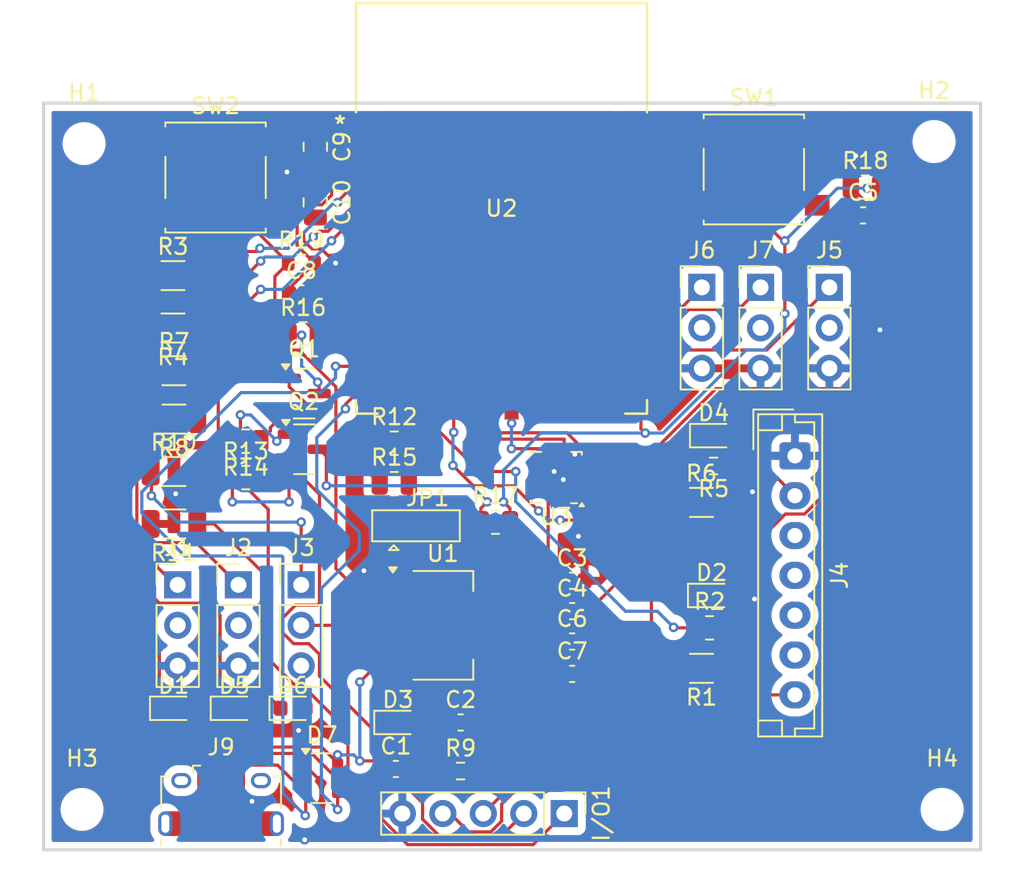
<source format=kicad_pcb>
(kicad_pcb (version 20240108) (generator "pcbnew") (generator_version "8.0")
  (layers (0 "F.Cu" signal) (31 "B.Cu" signal) (34 "B.Paste" user) (35 "F.Paste" user) (36 "B.SilkS" user "B.Silkscreen") (37 "F.SilkS" user "F.Silkscreen") (38 "B.Mask" user) (39 "F.Mask" user) (44 "Edge.Cuts" user))
  (net 0 "")
  (net 1 "GND")
  (net 2 "VCC")
  (net 3 "+3V3")
  (net 4 "/GPIO0_STRAPPING")
  (net 5 "/CHIP_PU")
  (net 6 "/SIGNAL_WEAPON_RECEIVER")
  (net 7 "/6S_ADC")
  (net 8 "Net-(D3-K)")
  (net 9 "/1S_ADC")
  (net 10 "/SIGNAL_LEFT_DRIVE_RECEIVER")
  (net 11 "/SIGNAL_RIGHT_DRIVE_RECEIVER")
  (net 12 "/D+")
  (net 13 "/D-")
  (net 14 "/TX")
  (net 15 "/RX")
  (net 16 "/RTS")
  (net 17 "/DTR")
  (net 18 "4.2V")
  (net 21 "25.2V")
  (net 24 "/SIGNAL_WEAPON_OUTPUT")
  (net 25 "/SIGNAL_LEFT_DRIVE_OUTPUT")
  (net 26 "/SIGNAL_RIGHT_DRIVE_OUTPUT")
  (net 27 "/GPIO14")
  (net 28 "/GPIO18")
  (net 29 "/GPIO17")
  (net 30 "/GPIO16")
  (net 31 "/GPIO15")
  (net 32 "/GPIO21")
  (net 33 "/GPIO47")
  (net 36 "Net-(JP1-C)")
  (net 37 "Net-(Q1-B)")
  (net 38 "Net-(Q1-C)")
  (net 39 "Net-(Q2-C)")
  (net 40 "Net-(Q2-B)")
  (net 41 "/WEAPON_SIGNAL_ORIGIN")
  (net 42 "/LEFT_DRIVE_SIGNAL_ORIGIN")
  (net 43 "/RIGHT_DRIVE_SIGNAL_ORIGIN")
  (net 44 "/GPIO46_STRAPPING")
  (net 45 "/GPIO3_STRAPPING")
  (net 47 "/SDA")
  (net 51 "/SA0")
  (net 53 "/SCL")
  (footprint "Diode_SMD:D_0603_1608Metric" (layer "F.Cu") (at 115.605 161.168471)
    (property "Reference" "D5")
    (property "Value" "D_Zener")
  )
  (footprint "Resistor_SMD:R_0805_2012Metric" (layer "F.Cu") (at 119.923 137.673471)
    (property "Reference" "R16")
    (property "Value" "10k")
  )
  (footprint "Capacitor_SMD:C_0805_2012Metric" (layer "F.Cu") (at 120.685 129.418471 -90)
    (property "Reference" "C10")
    (property "Value" "100n")
  )
  (footprint "Resistor_SMD:R_1206_3216Metric" (layer "F.Cu") (at 144.9185 148.247471)
    (property "Reference" "R6")
    (property "Value" "5M")
  )
  (footprint "LED_SMD:LED_0603_1608Metric" (layer "F.Cu") (at 125.867 162.057471)
    (property "Reference" "D3")
    (property "Value" "LED")
  )
  (footprint "Connector_PinHeader_2.54mm:PinHeader_1x03_P2.54mm_Vertical" (layer "F.Cu") (at 144.942 134.752471)
    (property "Reference" "J6")
    (property "Value" "LEFT_DRIVE_OUTPUT")
  )
  (footprint "Package_TO_SOT_SMD:SOT-23" (layer "F.Cu") (at 119.983 141.417471)
    (property "Reference" "Q1")
    (property "Value" "SS8050-G")
  )
  (footprint "Package_TO_SOT_SMD:SOT-223-3_TabPin2" (layer "F.Cu") (at 128.686 155.961471)
    (property "Reference" "U1")
    (property "Value" "AMS1117-3.3")
  )
  (footprint "Capacitor_SMD:C_0603_1608Metric" (layer "F.Cu") (at 136.801 155.072471)
    (property "Reference" "C4")
    (property "Value" "100n")
  )
  (footprint "Resistor_SMD:R_0805_2012Metric" (layer "F.Cu") (at 125.638 144.531471)
    (property "Reference" "R12")
    (property "Value" "10k")
  )
  (footprint "Capacitor_SMD:C_0603_1608Metric" (layer "F.Cu") (at 136.801 159.009471)
    (property "Reference" "C7")
    (property "Value" "100n")
  )
  (footprint "Resistor_SMD:R_1206_3216Metric" (layer "F.Cu") (at 144.9185 158.661471 180)
    (property "Reference" "R1")
    (property "Value" "5M")
  )
  (footprint "Package_TO_SOT_SMD:SOT-23" (layer "F.Cu") (at 120.0015 144.912471)
    (property "Reference" "Q2")
    (property "Value" "SS8050-G")
  )
  (footprint "Resistor_SMD:R_1206_3216Metric" (layer "F.Cu") (at 111.812 143.019471 180)
    (property "Reference" "R8")
    (property "Value" "10K")
  )
  (footprint "Button_Switch_SMD:SW_SPST_B3S-1000" (layer "F.Cu") (at 114.424 127.858471)
    (property "Reference" "SW2")
    (property "Value" "SW_Push")
  )
  (footprint "local_footprints:ESP32-S3-WROOM-1_EXP" (layer "F.Cu") (at 132.369 129.799471)
    (property "Reference" "U2")
    (property "Value" "ESP32-S3-WROOM-1-N16R2")
  )
  (footprint "Resistor_SMD:R_0603_1608Metric" (layer "F.Cu") (at 145.6805 145.961471 180)
    (property "Reference" "R5")
    (property "Value" "3M")
  )
  (footprint "Package_TO_SOT_SMD:SOT-143" (layer "F.Cu") (at 121.082 165.552471)
    (property "Reference" "D7")
    (property "Value" "SP0503BAHT")
  )
  (footprint "Resistor_SMD:R_0603_1608Metric" (layer "F.Cu") (at 119.8115 133.228471)
    (property "Reference" "R19")
    (property "Value" "100k")
  )
  (footprint "Resistor_SMD:R_0603_1608Metric" (layer "F.Cu") (at 129.804 165.105471)
    (property "Reference" "R9")
    (property "Value" "1k")
  )
  (footprint "Capacitor_SMD:C_0603_1608Metric" (layer "F.Cu") (at 136.801 153.167471)
    (property "Reference" "C3")
    (property "Value" "10u")
  )
  (footprint "Connector_PinHeader_2.54mm:PinHeader_1x03_P2.54mm_Vertical" (layer "F.Cu") (at 115.859 153.421471)
    (property "Reference" "J2")
    (property "Value" "LEFT_DRIVE_RECEIVER")
  )
  (footprint "Connector_PinHeader_2.54mm:PinHeader_1x03_P2.54mm_Vertical" (layer "F.Cu") (at 119.796 153.421471)
    (property "Reference" "J3")
    (property "Value" "RIGHT_DRIVE_RECEIVER")
  )
  (footprint "Resistor_SMD:R_1206_3216Metric" (layer "F.Cu") (at 111.7505 134.014471)
    (property "Reference" "R3")
    (property "Value" "10K")
  )
  (footprint "Resistor_SMD:R_0805_2012Metric" (layer "F.Cu") (at 125.638 147.071471)
    (property "Reference" "R15")
    (property "Value" "1k")
  )
  (footprint "Connector_JST:JST_EH_B7B-EH-A_1x07_P2.50mm_Vertical" (layer "F.Cu") (at 150.784 145.326471 -90)
    (property "Reference" "J4")
    (property "Value" "JST_07")
  )
  (footprint "Resistor_SMD:R_1206_3216Metric" (layer "F.Cu") (at 111.812 146.309471)
    (property "Reference" "R10")
    (property "Value" "10K")
  )
  (footprint "Connector_PinHeader_2.54mm:PinHeader_1x03_P2.54mm_Vertical" (layer "F.Cu") (at 148.625 134.752471)
    (property "Reference" "J7")
    (property "Value" "RIGHT_DRIVE_OUTPUT")
  )
  (footprint "Capacitor_SMD:C_0603_1608Metric" (layer "F.Cu") (at 155.0655 130.235471)
    (property "Reference" "C5")
    (property "Value" "1u")
  )
  (footprint "Diode_SMD:D_0603_1608Metric" (layer "F.Cu") (at 145.5535 154.089471)
    (property "Reference" "D2")
    (property "Value" "D_Zener")
  )
  (footprint "Diode_SMD:D_0603_1608Metric" (layer "F.Cu") (at 111.795 161.168471)
    (property "Reference" "D1")
    (property "Value" "D_Zener")
  )
  (footprint "Connector_USB:USB_Micro-B_Amphenol_10118194_Horizontal" (layer "F.Cu") (at 114.772 167.107471)
    (property "Reference" "J9")
    (property "Value" "USB_B_Micro")
  )
  (footprint "Button_Switch_SMD:SW_SPST_B3S-1000" (layer "F.Cu") (at 148.206 127.350471)
    (property "Reference" "SW1")
    (property "Value" "SW_Push")
  )
  (footprint "Capacitor_SMD:C_0603_1608Metric" (layer "F.Cu") (at 129.804 162.057471)
    (property "Reference" "C2")
    (property "Value" "22u")
  )
  (footprint "Diode_SMD:D_0603_1608Metric" (layer "F.Cu") (at 145.6805 144.056471)
    (property "Reference" "D4")
    (property "Value" "D_Zener")
  )
  (footprint "MountingHole:MountingHole_2.2mm_M2" (layer "F.Cu") (at 106.172 125.73)
    (property "Reference" "H1")
    (property "Value" "MountingHole")
  )
  (footprint "Resistor_SMD:R_0805_2012Metric" (layer "F.Cu") (at 116.3185 144.404471 180)
    (property "Reference" "R14")
    (property "Value" "10k")
  )
  (footprint "Diode_SMD:D_0603_1608Metric" (layer "F.Cu") (at 119.288 161.168471)
    (property "Reference" "D6")
    (property "Value" "D_Zener")
  )
  (footprint "MountingHole:MountingHole_2.2mm_M2" (layer "F.Cu") (at 106.045 167.513)
    (property "Reference" "H3")
    (property "Value" "MountingHole")
  )
  (footprint "Resistor_SMD:R_0805_2012Metric" (layer "F.Cu") (at 116.3185 146.690471)
    (property "Reference" "R13")
    (property "Value" "10k")
  )
  (footprint "Capacitor_SMD:C_0603_1608Metric" (layer "F.Cu") (at 136.801 156.977471)
    (property "Reference" "C6")
    (property "Value" "100n")
  )
  (footprint "MountingHole:MountingHole_2.2mm_M2" (layer "F.Cu") (at 160.02 167.513)
    (property "Reference" "H4")
    (property "Value" "MountingHole")
  )
  (footprint "Resistor_SMD:R_0805_2012Metric" (layer "F.Cu") (at 145.4265 156.121471)
    (property "Reference" "R2")
    (property "Value" "500k")
  )
  (footprint "Resistor_SMD:R_0805_2012Metric" (layer "F.Cu") (at 131.988 149.484471)
    (property "Reference" "R17")
    (property "Value" "10k")
  )
  (footprint "Connector_PinHeader_2.54mm:PinHeader_1x05_P2.54mm_Vertical" (layer "F.Cu") (at 136.306 167.772471 -90)
    (property "Reference" "I/O1")
    (property "Value" "Conn_01x05_Female")
  )
  (footprint "Capacitor_SMD:C_0805_2012Metric" (layer "F.Cu") (at 120.685 125.928471 -90)
    (property "Reference" "C9")
    (property "Value" "10u")
  )
  (footprint "Capacitor_SMD:C_0603_1608Metric" (layer "F.Cu") (at 125.74 164.978471)
    (property "Reference" "C1")
    (property "Value" "22u")
  )
  (footprint "Package_LGA:LGA-16_3x3mm_P0.5mm_LayoutBorder3x5y" (layer "F.Cu") (at 135.798 146.690471 180)
    (property "Reference" "U3")
    (property "Value" "LIS331HH")
  )
  (footprint "Jumper:SolderJumper-3_P2.0mm_Open_TrianglePad1.0x1.5mm" (layer "F.Cu") (at 127.003 149.738471)
    (property "Reference" "JP1")
    (property "Value" "SolderJumper_3_Open")
  )
  (footprint "Resistor_SMD:R_1206_3216Metric" (layer "F.Cu") (at 111.7505 137.304471 180)
    (property "Reference" "R4")
    (property "Value" "10K")
  )
  (footprint "Capacitor_SMD:C_0603_1608Metric" (layer "F.Cu") (at 119.8115 135.133471)
    (property "Reference" "C8")
    (property "Value" "1u")
  )
  (footprint "MountingHole:MountingHole_2.2mm_M2" (layer "F.Cu") (at 159.512 125.603)
    (property "Reference" "H2")
    (property "Value" "MountingHole")
  )
  (footprint "Resistor_SMD:R_1206_3216Metric" (layer "F.Cu") (at 111.812 149.599471 180)
    (property "Reference" "R11")
    (property "Value" "10K")
  )
  (footprint "Resistor_SMD:R_0805_2012Metric" (layer "F.Cu") (at 155.2055 128.457471)
    (property "Reference" "R18")
    (property "Value" "100k")
  )
  (footprint "Resistor_SMD:R_1206_3216Metric" (layer "F.Cu") (at 111.812 139.983471)
    (property "Reference" "R7")
    (property "Value" "10K")
  )
  (footprint "Connector_PinHeader_2.54mm:PinHeader_1x03_P2.54mm_Vertical" (layer "F.Cu") (at 152.943 134.752471)
    (property "Reference" "J5")
    (property "Value" "WEAPON_OUTPUT")
  )
  (footprint "Connector_PinHeader_2.54mm:PinHeader_1x03_P2.54mm_Vertical" (layer "F.Cu") (at 112.049 153.421471)
    (property "Reference" "J1")
    (property "Value" "WEAPON_RECEIVER")
  )
  (gr_rect (start 103.632 123.19) (end 162.433 170.053) (stroke (width 0.2)) (fill none) (layer "Edge.Cuts"))
  (segment (start 135.148 146.440039) (end 134.898432 146.190471) (width 0.2) (layer "F.Cu") (net 1))
  (segment (start 135.398432 146.690471) (end 136.298 147.590039) (width 0.2) (layer "F.Cu") (net 1))
  (segment (start 120.471471 132.339471) (end 121.066 132.339471) (width 0.2) (layer "F.Cu") (net 1))
  (segment (start 136.177626 146.816097) (end 135.671 146.309471) (width 0.2) (layer "F.Cu") (net 1))
  (segment (start 120.685 130.601942) (end 119.958 131.328942) (width 0.2) (layer "F.Cu") (net 1))
  (segment (start 119.958 131.826) (end 120.471471 132.339471) (width 0.2) (layer "F.Cu") (net 1))
  (segment (start 134.573 147.190471) (end 134.898432 147.190471) (width 0.2) (layer "F.Cu") (net 1))
  (segment (start 110.288 137.304471) (end 110.288 138.198471) (width 0.2) (layer "F.Cu") (net 1))
  (segment (start 134.898432 147.190471) (end 135.148 146.940903) (width 0.2) (layer "F.Cu") (net 1))
  (segment (start 120.082 164.802471) (end 120.893 165.613471) (width 0.2) (layer "F.Cu") (net 1))
  (segment (start 137.023 145.690471) (end 137.023 145.277313) (width 0.2) (layer "F.Cu") (net 1))
  (segment (start 135.148 146.690471) (end 135.398432 146.690471) (width 0.2) (layer "F.Cu") (net 1))
  (segment (start 135.148 146.690471) (end 135.148 146.440039) (width 0.2) (layer "F.Cu") (net 1))
  (segment (start 126.515 164.978471) (end 126.781 164.978471) (width 0.2) (layer "F.Cu") (net 1))
  (segment (start 126.515 164.978471) (end 126.654 164.978471) (width 0.2) (layer "F.Cu") (net 1))
  (segment (start 120.685 130.368471) (end 120.685 130.601942) (width 0.2) (layer "F.Cu") (net 1))
  (segment (start 116.072 166.745) (end 116.078 166.751) (width 0.2) (layer "F.Cu") (net 1))
  (segment (start 110.288 138.198471) (end 111.541 139.451471) (width 0.2) (layer "F.Cu") (net 1))
  (segment (start 126.654 164.978471) (end 127.67 165.994471) (width 0.2) (layer "F.Cu") (net 1))
  (segment (start 116.072 165.707471) (end 116.072 166.745) (width 0.2) (layer "F.Cu") (net 1))
  (segment (start 137.023 145.277313) (end 136.971061 145.225374) (width 0.2) (layer "F.Cu") (net 1))
  (segment (start 120.893 165.613471) (end 120.939 165.613471) (width 0.2) (layer "F.Cu") (net 1))
  (segment (start 136.248872 146.816097) (end 136.177626 146.816097) (width 0.2) (layer "F.Cu") (net 1))
  (segment (start 136.248872 146.816097) (end 136.298 146.865225) (width 0.2) (layer "F.Cu") (net 1))
  (segment (start 135.148 146.940903) (end 135.148 146.690471) (width 0.2) (layer "F.Cu") (net 1))
  (segment (start 136.298 147.590039) (end 136.298 147.915471) (width 0.2) (layer "F.Cu") (net 1))
  (segment (start 136.298 146.865225) (end 136.298 147.915471) (width 0.2) (layer "F.Cu") (net 1))
  (segment (start 119.958 131.328942) (end 119.958 131.826) (width 0.2) (layer "F.Cu") (net 1))
  (segment (start 134.898432 146.190471) (end 134.573 146.190471) (width 0.2) (layer "F.Cu") (net 1))
  (segment (start 121.066 132.339471) (end 121.955 133.228471) (width 0.2) (layer "F.Cu") (net 1))
  (segment (start 134.573 147.690471) (end 134.573 147.190471) (width 0.2) (layer "F.Cu") (net 1))
  (via (at 135.671 146.309471) (size 0.6) (drill 0.3) (layers "F.Cu" "B.Cu") (net 1))
  (via (at 136.248872 146.816097) (size 0.6) (drill 0.3) (layers "F.Cu" "B.Cu") (net 1))
  (via (at 121.955 133.228471) (size 0.6) (drill 0.3) (layers "F.Cu" "B.Cu") (net 1))
  (via (at 136.971061 145.225374) (size 0.6) (drill 0.3) (layers "F.Cu" "B.Cu") (net 1))
  (via (at 119.634 162.56) (size 0.6) (drill 0.3) (layers "F.Cu" "B.Cu") (net 1))
  (via (at 137.195 150.373471) (size 0.6) (drill 0.3) (layers "F.Cu" "B.Cu") (net 1))
  (via (at 120.015 169.418) (size 0.6) (drill 0.3) (layers "F.Cu" "B.Cu") (net 1))
  (via (at 111.922 147.706471) (size 0.6) (drill 0.3) (layers "F.Cu" "B.Cu") (net 1))
  (via (at 118.907 127.513471) (size 0.6) (drill 0.3) (layers "F.Cu" "B.Cu") (net 1))
  (via (at 156.118 137.419471) (size 0.6) (drill 0.3) (layers "F.Cu" "B.Cu") (net 1))
  (via (at 123.733 152.532471) (size 0.6) (drill 0.3) (layers "F.Cu" "B.Cu") (net 1))
  (via (at 154.594 126.497471) (size 0.6) (drill 0.3) (layers "F.Cu" "B.Cu") (net 1))
  (via (at 148.244 154.310471) (size 0.6) (drill 0.3) (layers "F.Cu" "B.Cu") (net 1))
  (via (at 116.713 167.005) (size 0.6) (drill 0.3) (layers "F.Cu" "B.Cu") (net 1))
  (via (at 148.117 147.579471) (size 0.6) (drill 0.3) (layers "F.Cu" "B.Cu") (net 1))
  (segment (start 136.971061 145.225374) (end 136.971061 146.093908) (width 0.2) (layer "B.Cu") (net 1))
  (segment (start 137.195 147.833471) (end 137.195 150.373471) (width 0.2) (layer "B.Cu") (net 1))
  (segment (start 135.671 146.309471) (end 137.195 147.833471) (width 0.2) (layer "B.Cu") (net 1))
  (segment (start 136.971061 146.093908) (end 136.248872 146.816097) (width 0.2) (layer "B.Cu") (net 1))
  (segment (start 123.479 164.470471) (end 124.457 164.470471) (width 0.2) (layer "F.Cu") (net 2))
  (segment (start 123.236 155.961471) (end 125.536 158.261471) (width 0.2) (layer "F.Cu") (net 2))
  (segment (start 119.796 155.961471) (end 123.236 155.961471) (width 0.2) (layer "F.Cu") (net 2))
  (segment (start 114.902001 163.602471) (end 113.472 165.032472) (width 0.2) (layer "F.Cu") (net 2))
  (segment (start 124.457 164.470471) (end 124.965 164.978471) (width 0.2) (layer "F.Cu") (net 2))
  (segment (start 113.472 165.032472) (end 113.472 165.707471) (width 0.2) (layer "F.Cu") (net 2))
  (segment (start 121.082 163.602471) (end 114.902001 163.602471) (width 0.2) (layer "F.Cu") (net 2))
  (segment (start 124.735 158.261471) (end 123.479 159.517471) (width 0.2) (layer "F.Cu") (net 2))
  (segment (start 122.082 164.602471) (end 122.082 164.089471) (width 0.2) (layer "F.Cu") (net 2))
  (segment (start 125.536 158.261471) (end 124.735 158.261471) (width 0.2) (layer "F.Cu") (net 2))
  (segment (start 122.082 164.602471) (end 121.082 163.602471) (width 0.2) (layer "F.Cu") (net 2))
  (via (at 123.479 164.470471) (size 0.6) (drill 0.3) (layers "F.Cu" "B.Cu") (net 2))
  (via (at 122.082 164.089471) (size 0.6) (drill 0.3) (layers "F.Cu" "B.Cu") (net 2))
  (via (at 123.479 159.517471) (size 0.6) (drill 0.3) (layers "F.Cu" "B.Cu") (net 2))
  (segment (start 122.082 164.089471) (end 123.098 164.089471) (width 0.2) (layer "B.Cu") (net 2))
  (segment (start 123.479 159.517471) (end 123.479 164.470471) (width 0.2) (layer "B.Cu") (net 2))
  (segment (start 123.098 164.089471) (end 123.479 164.470471) (width 0.2) (layer "B.Cu") (net 2))
  (segment (start 129.029 162.057471) (end 126.6545 162.057471) (width 0.2) (layer "F.Cu") (net 3))
  (segment (start 121.828 125.809471) (end 123.619 125.809471) (width 0.2) (layer "F.Cu") (net 3))
  (segment (start 120.685 128.468471) (end 121.71 127.443471) (width 0.2) (layer "F.Cu") (net 3))
  (segment (start 136.548432 148.490471) (end 136.047568 148.490471) (width 0.2) (layer "F.Cu") (net 3))
  (segment (start 131.836 155.961471) (end 131.836 152.571471) (width 0.2) (layer "F.Cu") (net 3))
  (segment (start 140.624 146.309471) (end 145.824 141.109471) (width 0.2) (layer "F.Cu") (net 3))
  (segment (start 138.211 146.309471) (end 138.211 146.827903) (width 0.2) (layer "F.Cu") (net 3))
  (segment (start 118.145 138.305215) (end 118.145 134.069971) (width 0.2) (layer "F.Cu") (net 3))
  (segment (start 153.673346 141.109471) (end 155.0405 139.742317) (width 0.2) (layer "F.Cu") (net 3))
  (segment (start 135.798 147.915471) (end 135.298 147.915471) (width 0.2) (layer "F.Cu") (net 3))
  (segment (start 121.71 125.927471) (end 121.828 125.809471) (width 0.2) (layer "F.Cu") (net 3))
  (segment (start 119.669 138.689471) (end 118.529256 138.689471) (width 0.2) (layer "F.Cu") (net 3))
  (segment (start 118.9865 133.228471) (end 116.8165 131.058471) (width 0.2) (layer "F.Cu") (net 3))
  (segment (start 110.205 128.468471) (end 120.685 128.468471) (width 0.2) (layer "F.Cu") (net 3))
  (segment (start 118.145 134.069971) (end 118.9865 133.228471) (width 0.2) (layer "F.Cu") (net 3))
  (segment (start 134.63 153.167471) (end 136.026 153.167471) (width 0.2) (layer "F.Cu") (net 3))
  (segment (start 131.836 155.961471) (end 131.836 159.250471) (width 0.2) (layer "F.Cu") (net 3))
  (segment (start 121.71 127.443471) (end 121.71 125.927471) (width 0.2) (layer "F.Cu") (net 3))
  (segment (start 140.624 146.309471) (end 138.211 146.309471) (width 0.2) (layer "F.Cu") (net 3))
  (segment (start 136.026 153.167471) (end 136.026 159.009471) (width 0.2) (layer "F.Cu") (net 3))
  (segment (start 121.9765 152.401971) (end 121.9765 140.996971) (width 0.2) (layer "F.Cu") (net 3))
  (segment (start 125.536 155.961471) (end 121.9765 152.401971) (width 0.2) (layer "F.Cu") (net 3))
  (segment (start 131.836 155.961471) (end 125.536 155.961471) (width 0.2) (layer "F.Cu") (net 3))
  (segment (start 109.374 131.058471) (end 109.374 129.299471) (width 0.2) (layer "F.Cu") (net 3))
  (segment (start 131.836 152.571471) (end 129.003 149.738471) (width 0.2) (layer "F.Cu") (net 3))
  (segment (start 136.047568 148.490471) (end 135.798 148.240903) (width 0.2) (layer "F.Cu") (net 3))
  (segment (start 121.9765 140.996971) (end 119.669 138.689471) (width 0.2) (layer "F.Cu") (net 3))
  (segment (start 109.374 129.299471) (end 110.205 128.468471) (width 0.2) (layer "F.Cu") (net 3))
  (segment (start 121.516 125.809471) (end 121.828 125.809471) (width 0.2) (layer "F.Cu") (net 3))
  (segment (start 137.023 148.015903) (end 136.548432 148.490471) (width 0.2) (layer "F.Cu") (net 3))
  (segment (start 135.798 148.240903) (end 135.798 147.915471) (width 0.2) (layer "F.Cu") (net 3))
  (segment (start 135.298 147.915471) (end 135.298 152.499471) (width 0.2) (layer "F.Cu") (net 3))
  (segment (start 155.0405 129.204971) (end 154.293 128.457471) (width 0.2) (layer "F.Cu") (net 3))
  (segment (start 120.685 124.978471) (end 121.516 125.809471) (width 0.2) (layer "F.Cu") (net 3))
  (segment (start 135.298 152.499471) (end 134.63 153.167471) (width 0.2) (layer "F.Cu") (net 3))
  (segment (start 116.8165 131.058471) (end 109.374 131.058471) (width 0.2) (layer "F.Cu") (net 3))
  (segment (start 131.836 155.961471) (end 134.63 153.167471) (width 0.2) (layer "F.Cu") (net 3))
  (segment (start 137.023 147.690471) (end 137.023 148.015903) (width 0.2) (layer "F.Cu") (net 3))
  (segment (start 137.348432 147.690471) (end 137.023 147.690471) (width 0.2) (layer "F.Cu") (net 3))
  (segment (start 145.824 141.109471) (end 153.673346 141.109471) (width 0.2) (layer "F.Cu") (net 3))
  (segment (start 131.836 159.250471) (end 129.029 162.057471) (width 0.2) (layer "F.Cu") (net 3))
  (segment (start 118.529256 138.689471) (end 118.145 138.305215) (width 0.2) (layer "F.Cu") (net 3))
  (segment (start 155.0405 139.742317) (end 155.0405 129.204971) (width 0.2) (layer "F.Cu") (net 3))
  (segment (start 138.211 146.827903) (end 137.348432 147.690471) (width 0.2) (layer "F.Cu") (net 3))
  (segment (start 154.2905 130.235471) (end 152.816 130.235471) (width 0.2) (layer "F.Cu") (net 4))
  (segment (start 156.046 128.529471) (end 156.118 128.457471) (width 0.2) (layer "F.Cu") (net 4))
  (segment (start 152.816 130.235471) (end 152.181 129.600471) (width 0.2) (layer "F.Cu") (net 4))
  (segment (start 150.022 131.831471) (end 150.149 131.831471) (width 0.2) (layer "F.Cu") (net 4))
  (segment (start 141.119 143.629471) (end 141.119 141.049471) (width 0.2) (layer "F.Cu") (net 4))
  (segment (start 147.791 129.600471) (end 150.022 131.831471) (width 0.2) (layer "F.Cu") (net 4))
  (segment (start 141.386 143.896471) (end 141.119 143.629471) (width 0.2) (layer "F.Cu") (net 4))
  (segment (start 150.149 131.831471) (end 150.149 136.403471) (width 0.2) (layer "F.Cu") (net 4))
  (segment (start 155.3055 128.529471) (end 156.046 128.529471) (width 0.2) (layer "F.Cu") (net 4))
  (segment (start 144.231 129.600471) (end 152.181 129.600471) (width 0.2) (layer "F.Cu") (net 4))
  (segment (start 132.9005 148.618971) (end 132.496 148.214471) (width 0.2) (layer "F.Cu") (net 4))
  (segment (start 144.231 129.600471) (end 147.791 129.600471) (width 0.2) (layer "F.Cu") (net 4))
  (segment (start 132.9005 149.484471) (end 132.9005 148.618971) (width 0.2) (layer "F.Cu") (net 4))
  (via (at 132.496 148.214471) (size 0.6) (drill 0.3) (layers "F.Cu" "B.Cu") (net 4))
  (via (at 155.3055 128.529471) (size 0.6) (drill 0.3) (layers "F.Cu" "B.Cu") (net 4))
  (via (at 141.386 143.896471) (size 0.6) (drill 0.3) (layers "F.Cu" "B.Cu") (net 4))
  (via (at 150.149 136.403471) (size 0.6) (drill 0.3) (layers "F.Cu" "B.Cu") (net 4))
  (via (at 150.149 131.831471) (size 0.6) (drill 0.3) (layers "F.Cu" "B.Cu") (net 4))
  (segment (start 150.149 137.394817) (end 148.861346 138.682471) (width 0.2) (layer "B.Cu") (net 4))
  (segment (start 147.718346 138.682471) (end 142.504346 143.896471) (width 0.2) (layer "B.Cu") (net 4))
  (segment (start 134.822471 143.896471) (end 141.386 143.896471) (width 0.2) (layer "B.Cu") (net 4))
  (segment (start 150.149 131.831471) (end 153.451 128.529471) (width 0.2) (layer "B.Cu") (net 4))
  (segment (start 132.496 146.222942) (end 134.822471 143.896471) (width 0.2) (layer "B.Cu") (net 4))
  (segment (start 142.504346 143.896471) (end 141.386 143.896471) (width 0.2) (layer "B.Cu") (net 4))
  (segment (start 150.149 136.403471) (end 150.149 137.394817) (width 0.2) (layer "B.Cu") (net 4))
  (segment (start 132.496 148.214471) (end 132.496 146.222942) (width 0.2) (layer "B.Cu") (net 4))
  (segment (start 148.861346 138.682471) (end 147.718346 138.682471) (width 0.2) (layer "B.Cu") (net 4))
  (segment (start 153.451 128.529471) (end 155.3055 128.529471) (width 0.2) (layer "B.Cu") (net 4))
  (segment (start 123.619 127.079471) (end 122.6697 127.079471) (width 0.2) (layer "F.Cu") (net 5))
  (segment (start 119.0365 135.133471) (end 119.0365 135.874471) (width 0.2) (layer "F.Cu") (net 5))
  (segment (start 122.6697 127.079471) (end 121.71 128.039171) (width 0.2) (layer "F.Cu") (net 5))
  (segment (start 119.542 129.568471) (end 118.939 129.568471) (width 0.2) (layer "F.Cu") (net 5))
  (segment (start 119.0365 135.133471) (end 119.0365 134.828471) (width 0.2) (layer "F.Cu") (net 5))
  (segment (start 121.094744 129.568471) (end 119.542 129.568471) (width 0.2) (layer "F.Cu") (net 5))
  (segment (start 121.71 128.039171) (end 121.71 128.953215) (width 0.2) (layer "F.Cu") (net 5))
  (segment (start 120.6365 133.228471) (end 119.542 132.133971) (width 0.2) (layer "F.Cu") (net 5))
  (segment (start 119.0365 134.828471) (end 120.6365 133.228471) (width 0.2) (layer "F.Cu") (net 5))
  (segment (start 119.542 132.133971) (end 119.542 129.568471) (width 0.2) (layer "F.Cu") (net 5))
  (segment (start 119.0365 135.874471) (end 120.8355 137.673471) (width 0.2) (layer "F.Cu") (net 5))
  (segment (start 118.939 129.568471) (end 118.399 130.108471) (width 0.2) (layer "F.Cu") (net 5))
  (segment (start 110.449 130.108471) (end 118.399 130.108471) (width 0.2) (layer "F.Cu") (net 5))
  (segment (start 121.71 128.953215) (end 121.094744 129.568471) (width 0.2) (layer "F.Cu") (net 5))
  (segment (start 114.726 132.501471) (end 117.013374 132.501471) (width 0.2) (layer "F.Cu") (net 6))
  (segment (start 108.287 133.727541) (end 109.57507 132.439471) (width 0.2) (layer "F.Cu") (net 6))
  (segment (start 108.287 154.753471) (end 108.287 133.727541) (width 0.2) (layer "F.Cu") (net 6))
  (segment (start 123.0952 128.349471) (end 123.619 128.349471) (width 0.2) (layer "F.Cu") (net 6))
  (segment (start 122.087637 129.424108) (end 122.087637 129.357034) (width 0.2) (layer "F.Cu") (net 6))
  (segment (start 113.213 134.014471) (end 113.213 133.932971) (width 0.2) (layer "F.Cu") (net 6))
  (segment (start 110.899 157.365471) (end 108.287 154.753471) (width 0.2) (layer "F.Cu") (net 6))
  (segment (start 113.213 133.932971) (end 113.1435 133.863471) (width 0.2) (layer "F.Cu") (net 6))
  (segment (start 113.213 134.014471) (end 114.726 132.501471) (width 0.2) (layer "F.Cu") (net 6))
  (segment (start 111.638 132.439471) (end 113.213 134.014471) (width 0.2) (layer "F.Cu") (net 6))
  (segment (start 113.213 134.014471) (end 113.213 137.304471) (width 0.2) (layer "F.Cu") (net 6))
  (segment (start 111.0075 161.168471) (end 110.899 161.059971) (width 0.2) (layer "F.Cu") (net 6))
  (segment (start 122.087637 129.357034) (end 123.0952 128.349471) (width 0.2) (layer "F.Cu") (net 6))
  (segment (start 117.013374 132.501471) (end 117.212172 132.302673) (width 0.2) (layer "F.Cu") (net 6))
  (segment (start 109.57507 132.439471) (end 111.638 132.439471) (width 0.2) (layer "F.Cu") (net 6))
  (segment (start 110.899 161.059971) (end 110.899 157.365471) (width 0.2) (layer "F.Cu") (net 6))
  (via (at 117.212172 132.302673) (size 0.6) (drill 0.3) (layers "F.Cu" "B.Cu") (net 6))
  (via (at 122.087637 129.424108) (size 0.6) (drill 0.3) (layers "F.Cu" "B.Cu") (net 6))
  (segment (start 117.212172 132.302673) (end 118.984269 132.302673) (width 0.2) (layer "B.Cu") (net 6))
  (segment (start 118.984269 132.302673) (end 121.862834 129.424108) (width 0.2) (layer "B.Cu") (net 6))
  (segment (start 121.862834 129.424108) (end 122.087637 129.424108) (width 0.2) (layer "B.Cu") (net 6))
  (segment (start 143.197 156.121471) (end 143.164 156.088471) (width 0.2) (layer "F.Cu") (net 7))
  (segment (start 144.514 154.611471) (end 144.514 156.121471) (width 0.2) (layer "F.Cu") (net 7))
  (segment (start 144.766 154.261471) (end 144.815 154.310471) (width 0.2) (layer "F.Cu") (net 7))
  (segment (start 130.9847 146.309471) (end 127.924 143.248771) (width 0.2) (layer "F.Cu") (net 7))
  (segment (start 143.456 157.179471) (end 144.514 156.121471) (width 0.2) (layer "F.Cu") (net 7))
  (segment (start 143.456 158.661471) (end 143.456 157.179471) (width 0.2) (layer "F.Cu") (net 7))
  (segment (start 144.514 156.121471) (end 143.197 156.121471) (width 0.2) (layer "F.Cu") (net 7))
  (segment (start 127.924 143.248771) (end 127.924 142.299471) (width 0.2) (layer "F.Cu") (net 7))
  (segment (start 144.815 154.310471) (end 144.514 154.611471) (width 0.2) (layer "F.Cu") (net 7))
  (segment (start 144.766 154.089471) (end 144.766 154.261471) (width 0.2) (layer "F.Cu") (net 7))
  (segment (start 133.258 146.309471) (end 130.9847 146.309471) (width 0.2) (layer "F.Cu") (net 7))
  (via (at 133.258 146.309471) (size 0.6) (drill 0.3) (layers "F.Cu" "B.Cu") (net 7))
  (via (at 143.164 156.088471) (size 0.6) (drill 0.3) (layers "F.Cu" "B.Cu") (net 7))
  (segment (start 140.147654 155.079471) (end 133.258 148.189817) (width 0.2) (layer "B.Cu") (net 7))
  (segment (start 133.258 148.189817) (end 133.258 146.309471) (width 0.2) (layer "B.Cu") (net 7))
  (segment (start 142.155 155.079471) (end 140.147654 155.079471) (width 0.2) (layer "B.Cu") (net 7))
  (segment (start 143.164 156.088471) (end 142.155 155.079471) (width 0.2) (layer "B.Cu") (net 7))
  (segment (start 128.979 165.105471) (end 128.1275 165.105471) (width 0.2) (layer "F.Cu") (net 8))
  (segment (start 128.1275 165.105471) (end 125.0795 162.057471) (width 0.2) (layer "F.Cu") (net 8))
  (segment (start 144.8555 145.961471) (end 144.8555 144.093971) (width 0.2) (layer "F.Cu") (net 9))
  (segment (start 144.8555 144.093971) (end 144.893 144.056471) (width 0.2) (layer "F.Cu") (net 9))
  (segment (start 144.8555 146.847971) (end 143.456 148.247471) (width 0.2) (layer "F.Cu") (net 9))
  (segment (start 144.8555 145.961471) (end 144.8555 146.847971) (width 0.2) (layer "F.Cu") (net 9))
  (segment (start 143.456 148.247471) (end 142.346 149.357471) (width 0.2) (layer "F.Cu") (net 9))
  (segment (start 129.370615 143.846856) (end 129.370615 142.476086) (width 0.2) (layer "F.Cu") (net 9))
  (segment (start 130.604 147.211471) (end 129.321 145.928471) (width 0.2) (layer "F.Cu") (net 9))
  (segment (start 129.370615 142.476086) (end 129.194 142.299471) (width 0.2) (layer "F.Cu") (net 9))
  (segment (start 134.698 148.78129) (end 133.128181 147.211471) (width 0.2) (layer "F.Cu") (net 9))
  (segment (start 142.346 149.357471) (end 136.052 149.357471) (width 0.2) (layer "F.Cu") (net 9))
  (segment (start 133.128181 147.211471) (end 130.604 147.211471) (width 0.2) (layer "F.Cu") (net 9))
  (via (at 134.698 148.78129) (size 0.6) (drill 0.3) (layers "F.Cu" "B.Cu") (net 9))
  (via (at 136.052 149.357471) (size 0.6) (drill 0.3) (layers "F.Cu" "B.Cu") (net 9))
  (via (at 129.370615 143.846856) (size 0.6) (drill 0.3) (layers "F.Cu" "B.Cu") (net 9))
  (via (at 129.321 145.928471) (size 0.6) (drill 0.3) (layers "F.Cu" "B.Cu") (net 9))
  (segment (start 129.321 145.928471) (end 129.321 143.896471) (width 0.2) (layer "B.Cu") (net 9))
  (segment (start 129.321 143.896471) (end 129.370615 143.846856) (width 0.2) (layer "B.Cu") (net 9))
  (segment (start 136.052 149.357471) (end 135.274181 149.357471) (width 0.2) (layer "B.Cu") (net 9))
  (segment (start 135.274181 149.357471) (end 134.698 148.78129) (width 0.2) (layer "B.Cu") (net 9))
  (segment (start 123.0952 129.619471) (end 123.619 129.619471) (width 0.2) (layer "F.Cu") (net 10))
  (segment (start 113.947 154.571471) (end 110.899 154.571471) (width 0.2) (layer "F.Cu") (net 10))
  (segment (start 114.1935 136.163971) (end 117.256 133.101471) (width 0.2) (layer "F.Cu") (net 10))
  (segment (start 109.740756 132.839471) (end 110.835244 132.839471) (width 0.2) (layer "F.Cu") (net 10))
  (segment (start 113.2745 139.983471) (end 113.2745 143.019471) (width 0.2) (layer "F.Cu") (net 10))
  (segment (start 111.1505 137.859471) (end 113.2745 139.983471) (width 0.2) (layer "F.Cu") (net 10))
  (segment (start 114.1935 139.064471) (end 114.1935 136.163971) (width 0.2) (layer "F.Cu") (net 10))
  (segment (start 110.835244 132.839471) (end 111.1505 133.154727) (width 0.2) (layer "F.Cu") (net 10))
  (segment (start 114.709 155.333471) (end 113.947 154.571471) (width 0.2) (layer "F.Cu") (net 10))
  (segment (start 110.899 154.571471) (end 108.687 152.359471) (width 0.2) (layer "F.Cu") (net 10))
  (segment (start 121.4832 131.231471) (end 123.0952 129.619471) (width 0.2) (layer "F.Cu") (net 10))
  (segment (start 108.687 152.359471) (end 108.687 133.893227) (width 0.2) (layer "F.Cu") (net 10))
  (segment (start 113.2745 139.983471) (end 114.1935 139.064471) (width 0.2) (layer "F.Cu") (net 10))
  (segment (start 120.904 131.231471) (end 121.4832 131.231471) (width 0.2) (layer "F.Cu") (net 10))
  (segment (start 114.8175 161.168471) (end 114.709 161.059971) (width 0.2) (layer "F.Cu") (net 10))
  (segment (start 114.709 161.059971) (end 114.709 155.333471) (width 0.2) (layer "F.Cu") (net 10))
  (segment (start 108.687 133.893227) (end 109.740756 132.839471) (width 0.2) (layer "F.Cu") (net 10))
  (segment (start 111.1505 133.154727) (end 111.1505 137.859471) (width 0.2) (layer "F.Cu") (net 10))
  (segment (start 120.558 131.577471) (end 120.904 131.231471) (width 0.2) (layer "F.Cu") (net 10))
  (via (at 120.558 131.577471) (size 0.6) (drill 0.3) (layers "F.Cu" "B.Cu") (net 10))
  (via (at 117.256 133.101471) (size 0.6) (drill 0.3) (layers "F.Cu" "B.Cu") (net 10))
  (segment (start 117.256 133.101471) (end 117.51 132.847471) (width 0.2) (layer "B.Cu") (net 10))
  (segment (start 119.288 132.847471) (end 120.558 131.577471) (width 0.2) (layer "B.Cu") (net 10))
  (segment (start 117.51 132.847471) (end 119.288 132.847471) (width 0.2) (layer "B.Cu") (net 10))
  (segment (start 114.5935 144.990471) (end 114.5935 137.541971) (width 0.2) (layer "F.Cu") (net 11))
  (segment (start 114.5935 137.541971) (end 117.256 134.879471) (width 0.2) (layer "F.Cu") (net 11))
  (segment (start 117.328244 152.590715) (end 114.337 149.599471) (width 0.2) (layer "F.Cu") (net 11))
  (segment (start 113.2745 146.309471) (end 114.5935 144.990471) (width 0.2) (layer "F.Cu") (net 11))
  (segment (start 118.5005 161.168471) (end 117.328244 159.996215) (width 0.2) (layer "F.Cu") (net 11))
  (segment (start 122.643 130.889471) (end 123.619 130.889471) (width 0.2) (layer "F.Cu") (net 11))
  (segment (start 117.328244 159.996215) (end 117.328244 152.590715) (width 0.2) (layer "F.Cu") (net 11))
  (segment (start 113.2745 149.599471) (end 113.2745 146.309471) (width 0.2) (layer "F.Cu") (net 11))
  (segment (start 121.701 131.831471) (end 122.643 130.889471) (width 0.2) (layer "F.Cu") (net 11))
  (segment (start 114.337 149.599471) (end 113.2745 149.599471) (width 0.2) (layer "F.Cu") (net 11))
  (via (at 117.256 134.879471) (size 0.6) (drill 0.3) (layers "F.Cu" "B.Cu") (net 11))
  (via (at 121.701 131.831471) (size 0.6) (drill 0.3) (layers "F.Cu" "B.Cu") (net 11))
  (segment (start 117.256 134.879471) (end 118.653 134.879471) (width 0.2) (layer "B.Cu") (net 11))
  (segment (start 118.653 134.879471) (end 121.701 131.831471) (width 0.2) (layer "B.Cu") (net 11))
  (segment (start 121.955 139.705471) (end 123.545 139.705471) (width 0.2) (layer "F.Cu") (net 12))
  (segment (start 120.082 167.867471) (end 120.05 167.899471) (width 0.2) (layer "F.Cu") (net 12))
  (segment (start 114.772 165.707471) (end 114.772 165.032472) (width 0.2) (layer "F.Cu") (net 12))
  (segment (start 115.072001 164.732471) (end 118.312 164.732471) (width 0.2) (layer "F.Cu") (net 12))
  (segment (start 118.312 164.732471) (end 120.082 166.502471) (width 0.2) (layer "F.Cu") (net 12))
  (segment (start 123.545 139.705471) (end 123.619 139.779471) (width 0.2) (layer "F.Cu") (net 12))
  (segment (start 120.082 166.502471) (end 120.082 167.867471) (width 0.2) (layer "F.Cu") (net 12))
  (segment (start 114.772 165.032472) (end 115.072001 164.732471) (width 0.2) (layer "F.Cu") (net 12))
  (via (at 120.05 167.899471) (size 0.6) (drill 0.3) (layers "F.Cu" "B.Cu") (net 12))
  (via (at 121.955 139.705471) (size 0.6) (drill 0.3) (layers "F.Cu" "B.Cu") (net 12))
  (segment (start 109.798 148.914052) (end 109.798 147.584942) (width 0.2) (layer "B.Cu") (net 12))
  (segment (start 120.05 167.899471) (end 118.646 166.495471) (width 0.2) (layer "B.Cu") (net 12))
  (segment (start 118.576773 151.608471) (end 112.492419 151.608471) (width 0.2) (layer "B.Cu") (net 12))
  (segment (start 121.955 140.427) (end 121.955 139.705471) (width 0.2) (layer "B.Cu") (net 12))
  (segment (start 118.646 151.677698) (end 118.576773 151.608471) (width 0.2) (layer "B.Cu") (net 12))
  (segment (start 112.492419 151.608471) (end 109.798 148.914052) (width 0.2) (layer "B.Cu") (net 12))
  (segment (start 109.798 147.584942) (end 116.026471 141.356471) (width 0.2) (layer "B.Cu") (net 12))
  (segment (start 118.646 166.495471) (end 118.646 151.677698) (width 0.2) (layer "B.Cu") (net 12))
  (segment (start 116.026471 141.356471) (end 121.025529 141.356471) (width 0.2) (layer "B.Cu") (net 12))
  (segment (start 121.025529 141.356471) (end 121.955 140.427) (width 0.2) (layer "B.Cu") (net 12))
  (segment (start 122.082 165.625869) (end 122.082 166.502471) (width 0.2) (layer "F.Cu") (net 13))
  (segment (start 114.122 165.032472) (end 115.152001 164.002471) (width 0.2) (layer "F.Cu") (net 13))
  (segment (start 114.122 165.707471) (end 114.122 165.032472) (width 0.2) (layer "F.Cu") (net 13))
  (segment (start 120.458602 164.002471) (end 122.082 165.625869) (width 0.2) (layer "F.Cu") (net 13))
  (segment (start 122.082 166.502471) (end 122.082 167.518471) (width 0.2) (layer "F.Cu") (net 13))
  (segment (start 115.152001 164.002471) (end 120.458602 164.002471) (width 0.2) (layer "F.Cu") (net 13))
  (segment (start 122.5765 142.091971) (end 123.619 141.049471) (width 0.2) (layer "F.Cu") (net 13))
  (segment (start 122.5765 142.372471) (end 122.5765 142.091971) (width 0.2) (layer "F.Cu") (net 13))
  (via (at 122.082 167.518471) (size 0.6) (drill 0.3) (layers "F.Cu" "B.Cu") (net 13))
  (via (at 122.5765 142.372471) (size 0.6) (drill 0.3) (layers "F.Cu" "B.Cu") (net 13))
  (segment (start 120.7765 144.172471) (end 122.5765 142.372471) (width 0.2) (layer "B.Cu") (net 13))
  (segment (start 122.082 167.518471) (end 121.066 166.502471) (width 0.2) (layer "B.Cu") (net 13))
  (segment (start 121.066 166.502471) (end 121.066 153.635) (width 0.2) (layer "B.Cu") (net 13))
  (segment (start 123.444 151.257) (end 123.444 150.1145) (width 0.2) (layer "B.Cu") (net 13))
  (segment (start 123.444 150.1145) (end 120.7765 147.447) (width 0.2) (layer "B.Cu") (net 13))
  (segment (start 120.7765 147.447) (end 120.7765 144.172471) (width 0.2) (layer "B.Cu") (net 13))
  (segment (start 121.066 153.635) (end 123.444 151.257) (width 0.2) (layer "B.Cu") (net 13))
  (segment (start 156.615244 127.457471) (end 156.9305 127.772727) (width 0.2) (layer "F.Cu") (net 14))
  (segment (start 145.6305 146.638657) (end 144.3185 147.950657) (width 0.2) (layer "F.Cu") (net 14))
  (segment (start 140.243 152.659471) (end 138.326 154.576471) (width 0.2) (layer "F.Cu") (net 14))
  (segment (start 138.326 154.576471) (end 138.326 160.672471) (width 0.2) (layer "F.Cu") (net 14))
  (segment (start 140.980346 152.659471) (end 140.243 152.659471) (width 0.2) (layer "F.Cu") (net 14))
  (segment (start 145.6305 143.579285) (end 145.6305 146.638657) (width 0.2) (layer "F.Cu") (net 14))
  (segment (start 156.9305 138.418003) (end 152.067032 143.281471) (width 0.2) (layer "F.Cu") (net 14))
  (segment (start 138.326 160.672471) (end 131.226 167.772471) (width 0.2) (layer "F.Cu") (net 14))
  (segment (start 144.3185 149.321317) (end 140.980346 152.659471) (width 0.2) (layer "F.Cu") (net 14))
  (segment (start 141.6428 128.349471) (end 142.5348 127.457471) (width 0.2) (layer "F.Cu") (net 14))
  (segment (start 141.119 128.349471) (end 141.6428 128.349471) (width 0.2) (layer "F.Cu") (net 14))
  (segment (start 152.067032 143.281471) (end 145.928314 143.281471) (width 0.2) (layer "F.Cu") (net 14))
  (segment (start 145.928314 143.281471) (end 145.6305 143.579285) (width 0.2) (layer "F.Cu") (net 14))
  (segment (start 142.5348 127.457471) (end 156.615244 127.457471) (width 0.2) (layer "F.Cu") (net 14))
  (segment (start 144.3185 147.950657) (end 144.3185 149.321317) (width 0.2) (layer "F.Cu") (net 14))
  (segment (start 156.9305 127.772727) (end 156.9305 138.418003) (width 0.2) (layer "F.Cu") (net 14))
  (segment (start 157.3305 143.031317) (end 157.3305 127.607041) (width 0.2) (layer "F.Cu") (net 15))
  (segment (start 130.299648 168.922471) (end 131.702346 168.922471) (width 0.2) (layer "F.Cu") (net 15))
  (segment (start 138.726 160.838157) (end 138.726 159.041125) (width 0.2) (layer "F.Cu") (net 15))
  (segment (start 140.4795 129.619471) (end 141.119 129.619471) (width 0.2) (layer "F.Cu") (net 15))
  (segment (start 129.149648 167.772471) (end 130.299648 168.922471) (width 0.2) (layer "F.Cu") (net 15))
  (segment (start 138.726 159.041125) (end 140.147654 157.619471) (width 0.2) (layer "F.Cu") (net 15))
  (segment (start 151.385346 148.976471) (end 157.3305 143.031317) (width 0.2) (layer "F.Cu") (net 15))
  (segment (start 141.774 156.945817) (end 141.774 152.431503) (width 0.2) (layer "F.Cu") (net 15))
  (segment (start 140.0697 123.794971) (end 140.0697 129.209671) (width 0.2) (layer "F.Cu") (net 15))
  (segment (start 141.100346 157.619471) (end 141.774 156.945817) (width 0.2) (layer "F.Cu") (net 15))
  (segment (start 131.702346 168.922471) (end 132.376 168.248817) (width 0.2) (layer "F.Cu") (net 15))
  (segment (start 141.774 152.431503) (end 146.727622 152.431503) (width 0.2) (layer "F.Cu") (net 15))
  (segment (start 132.376 167.188157) (end 138.726 160.838157) (width 0.2) (layer "F.Cu") (net 15))
  (segment (start 140.147654 157.619471) (end 141.100346 157.619471) (width 0.2) (layer "F.Cu") (net 15))
  (segment (start 132.376 168.248817) (end 132.376 167.188157) (width 0.2) (layer "F.Cu") (net 15))
  (segment (start 153.51843 123.794971) (end 140.0697 123.794971) (width 0.2) (layer "F.Cu") (net 15))
  (segment (start 157.3305 127.607041) (end 153.51843 123.794971) (width 0.2) (layer "F.Cu") (net 15))
  (segment (start 150.182654 148.976471) (end 151.385346 148.976471) (width 0.2) (layer "F.Cu") (net 15))
  (segment (start 140.0697 129.209671) (end 140.4795 129.619471) (width 0.2) (layer "F.Cu") (net 15))
  (segment (start 128.686 167.772471) (end 129.149648 167.772471) (width 0.2) (layer "F.Cu") (net 15))
  (segment (start 146.727622 152.431503) (end 150.182654 148.976471) (width 0.2) (layer "F.Cu") (net 15))
  (segment (start 136.306 167.772471) (end 134.356 169.722471) (width 0.2) (layer "F.Cu") (net 16))
  (segment (start 117.231 144.404471) (end 117.866 143.769471) (width 0.2) (layer "F.Cu") (net 16))
  (segment (start 117.728244 148.684959) (end 116.4185 147.375215) (width 0.2) (layer "F.Cu") (net 16))
  (segment (start 122.732 162.587471) (end 119.796 159.651471) (width 0.2) (layer "F.Cu") (net 16))
  (segment (start 116.4185 145.216971) (end 117.231 144.404471) (width 0.2) (layer "F.Cu") (net 16))
  (segment (start 116.4185 147.375215) (end 116.4185 145.216971) (width 0.2) (layer "F.Cu") (net 16))
  (segment (start 117.866 143.546971) (end 119.0455 142.367471) (width 0.2) (layer "F.Cu") (net 16))
  (segment (start 119.796 159.651471) (end 119.319654 159.651471) (width 0.2) (layer "F.Cu") (net 16))
  (segment (start 134.356 169.722471) (end 126.469654 169.722471) (width 0.2) (layer "F.Cu") (net 16))
  (segment (start 117.728244 158.060061) (end 117.728244 148.684959) (width 0.2) (layer "F.Cu") (net 16))
  (segment (start 126.469654 169.722471) (end 122.732 165.984817) (width 0.2) (layer "F.Cu") (net 16))
  (segment (start 117.866 143.769471) (end 117.866 143.546971) (width 0.2) (layer "F.Cu") (net 16))
  (segment (start 122.732 165.984817) (end 122.732 162.587471) (width 0.2) (layer "F.Cu") (net 16))
  (segment (start 119.319654 159.651471) (end 117.728244 158.060061) (width 0.2) (layer "F.Cu") (net 16))
  (segment (start 119.064 146.354715) (end 119.034 146.384715) (width 0.2) (layer "F.Cu") (net 17))
  (segment (start 120.946 154.571471) (end 120.946 147.744471) (width 0.2) (layer "F.Cu") (net 17))
  (segment (start 120.272346 157.111471) (end 119.319654 157.111471) (width 0.2) (layer "F.Cu") (net 17))
  (segment (start 118.646 156.437817) (end 118.646 155.485125) (width 0.2) (layer "F.Cu") (net 17))
  (segment (start 125.715 165.402167) (end 125.715 163.912471) (width 0.2) (layer "F.Cu") (net 17))
  (segment (start 120.946 147.744471) (end 119.064 145.862471) (width 0.2) (layer "F.Cu") (net 17))
  (segment (start 120.946 159.143471) (end 120.946 157.785125) (width 0.2) (layer "F.Cu") (net 17))
  (segment (start 132.216 169.322471) (end 128.609654 169.322471) (width 0.2) (layer "F.Cu") (net 17))
  (segment (start 119.439654 154.691471) (end 120.826 154.691471) (width 0.2) (layer "F.Cu") (net 17))
  (segment (start 118.646 155.485125) (end 119.439654 154.691471) (width 0.2) (layer "F.Cu") (net 17))
  (segment (start 120.946 157.785125) (end 120.272346 157.111471) (width 0.2) (layer "F.Cu") (net 17))
  (segment (start 119.064 145.862471) (end 119.064 146.354715) (width 0.2) (layer "F.Cu") (net 17))
  (segment (start 119.034 146.384715) (end 119.034 148.214471) (width 0.2) (layer "F.Cu") (net 17))
  (segment (start 115.478 146.762471) (end 115.406 146.690471) (width 0.2) (layer "F.Cu") (net 17))
  (segment (start 119.319654 157.111471) (end 118.646 156.437817) (width 0.2) (layer "F.Cu") (net 17))
  (segment (start 133.766 167.772471) (end 132.216 169.322471) (width 0.2) (layer "F.Cu") (net 17))
  (segment (start 125.715 163.912471) (end 120.946 159.143471) (width 0.2) (layer "F.Cu") (net 17))
  (segment (start 127.416 167.103167) (end 125.715 165.402167) (width 0.2) (layer "F.Cu") (net 17))
  (segment (start 127.416 168.128817) (end 127.416 167.103167) (width 0.2) (layer "F.Cu") (net 17))
  (segment (start 128.609654 169.322471) (end 127.416 168.128817) (width 0.2) (layer "F.Cu") (net 17))
  (segment (start 115.478 148.214471) (end 115.478 146.762471) (width 0.2) (layer "F.Cu") (net 17))
  (segment (start 120.826 154.691471) (end 120.946 154.571471) (width 0.2) (layer "F.Cu") (net 17))
  (via (at 115.478 148.214471) (size 0.6) (drill 0.3) (layers "F.Cu" "B.Cu") (net 17))
  (via (at 119.034 148.214471) (size 0.6) (drill 0.3) (layers "F.Cu" "B.Cu") (net 17))
  (segment (start 119.034 148.214471) (end 115.478 148.214471) (width 0.2) (layer "B.Cu") (net 17))
  (segment (start 148.919 145.961471) (end 150.784 147.826471) (width 0.2) (layer "F.Cu") (net 18))
  (segment (start 146.5055 145.961471) (end 148.919 145.961471) (width 0.2) (layer "F.Cu") (net 18))
  (segment (start 148.046 160.326471) (end 150.784 160.326471) (width 0.2) (layer "F.Cu") (net 21))
  (segment (start 146.381 158.661471) (end 148.046 160.326471) (width 0.2) (layer "F.Cu") (net 21))
  (segment (start 143.1653 138.682471) (end 142.0683 139.779471) (width 0.2) (layer "F.Cu") (net 24))
  (segment (start 149.013 138.682471) (end 143.1653 138.682471) (width 0.2) (layer "F.Cu") (net 24))
  (segment (start 142.0683 139.779471) (end 141.119 139.779471) (width 0.2) (layer "F.Cu") (net 24))
  (segment (start 152.943 134.752471) (end 149.013 138.682471) (width 0.2) (layer "F.Cu") (net 24))
  (segment (start 142.455 137.239471) (end 141.119 137.239471) (width 0.2) (layer "F.Cu") (net 25))
  (segment (start 144.942 134.752471) (end 142.455 137.239471) (width 0.2) (layer "F.Cu") (net 25))
  (segment (start 144.117686 136.142471) (end 141.750686 138.509471) (width 0.2) (layer "F.Cu") (net 26))
  (segment (start 141.750686 138.509471) (end 141.119 138.509471) (width 0.2) (layer "F.Cu") (net 26))
  (segment (start 148.625 134.752471) (end 147.235 136.142471) (width 0.2) (layer "F.Cu") (net 26))
  (segment (start 147.235 136.142471) (end 144.117686 136.142471) (width 0.2) (layer "F.Cu") (net 26))
  (segment (start 126.5505 149.285971) (end 127.003 149.738471) (width 0.2) (layer "F.Cu") (net 36))
  (segment (start 126.5505 147.071471) (end 126.5505 149.285971) (width 0.2) (layer "F.Cu") (net 36))
  (segment (start 120.1015 142.045419) (end 120.1015 144.321971) (width 0.2) (layer "F.Cu") (net 37))
  (segment (start 117.231 146.317419) (end 117.231 146.690471) (width 0.2) (layer "F.Cu") (net 37))
  (segment (start 119.0455 140.989419) (end 120.1015 142.045419) (width 0.2) (layer "F.Cu") (net 37))
  (segment (start 120.1015 144.321971) (end 119.161 145.262471) (width 0.2) (layer "F.Cu") (net 37))
  (segment (start 119.0455 140.467471) (end 119.0455 140.989419) (width 0.2) (layer "F.Cu") (net 37))
  (segment (start 119.161 145.262471) (end 118.285948 145.262471) (width 0.2) (layer "F.Cu") (net 37))
  (segment (start 118.285948 145.262471) (end 117.231 146.317419) (width 0.2) (layer "F.Cu") (net 37))
  (segment (start 120.9205 141.417471) (end 120.9205 140.789501) (width 0.2) (layer "F.Cu") (net 38))
  (segment (start 119.091891 137.754862) (end 119.0105 137.673471) (width 0.2) (layer "F.Cu") (net 38))
  (segment (start 119.823 137.754862) (end 119.091891 137.754862) (width 0.2) (layer "F.Cu") (net 38))
  (segment (start 120.9205 140.789501) (end 120.832235 140.701236) (width 0.2) (layer "F.Cu") (net 38))
  (via (at 119.823 137.754862) (size 0.6) (drill 0.3) (layers "F.Cu" "B.Cu") (net 38))
  (via (at 120.832235 140.701236) (size 0.6) (drill 0.3) (layers "F.Cu" "B.Cu") (net 38))
  (segment (start 119.823 139.692001) (end 119.823 137.754862) (width 0.2) (layer "B.Cu") (net 38))
  (segment (start 120.832235 140.701236) (end 119.823 139.692001) (width 0.2) (layer "B.Cu") (net 38))
  (segment (start 121.3765 147.198471) (end 121.3765 145.349971) (width 0.2) (layer "F.Cu") (net 39))
  (segment (start 121.3765 145.349971) (end 120.939 144.912471) (width 0.2) (layer "F.Cu") (net 39))
  (segment (start 131.0755 148.615971) (end 131.48 148.211471) (width 0.2) (layer "F.Cu") (net 39))
  (segment (start 131.0755 149.484471) (end 131.0755 148.615971) (width 0.2) (layer "F.Cu") (net 39))
  (via (at 121.3765 147.198471) (size 0.6) (drill 0.3) (layers "F.Cu" "B.Cu") (net 39))
  (via (at 131.48 148.211471) (size 0.6) (drill 0.3) (layers "F.Cu" "B.Cu") (net 39))
  (segment (start 130.467 147.198471) (end 121.3765 147.198471) (width 0.2) (layer "B.Cu") (net 39))
  (segment (start 131.48 148.211471) (end 130.467 147.198471) (width 0.2) (layer "B.Cu") (net 39))
  (segment (start 115.986 143.824471) (end 115.406 144.404471) (width 0.2) (layer "F.Cu") (net 40))
  (segment (start 115.986 142.753471) (end 115.986 143.824471) (width 0.2) (layer "F.Cu") (net 40))
  (segment (start 119.064 143.962471) (end 118.714 143.962471) (width 0.2) (layer "F.Cu") (net 40))
  (segment (start 118.714 143.962471) (end 118.272 144.404471) (width 0.2) (layer "F.Cu") (net 40))
  (via (at 115.986 142.753471) (size 0.6) (drill 0.3) (layers "F.Cu" "B.Cu") (net 40))
  (via (at 118.272 144.404471) (size 0.6) (drill 0.3) (layers "F.Cu" "B.Cu") (net 40))
  (segment (start 116.621 142.753471) (end 115.986 142.753471) (width 0.2) (layer "B.Cu") (net 40))
  (segment (start 118.272 144.404471) (end 116.621 142.753471) (width 0.2) (layer "B.Cu") (net 40))
  (segment (start 112.049 153.421471) (end 111.88357 153.421471) (width 0.2) (layer "F.Cu") (net 41))
  (segment (start 109.087 135.215471) (end 110.288 134.014471) (width 0.2) (layer "F.Cu") (net 41))
  (segment (start 109.087 150.624901) (end 109.087 135.215471) (width 0.2) (layer "F.Cu") (net 41))
  (segment (start 111.88357 153.421471) (end 109.087 150.624901) (width 0.2) (layer "F.Cu") (net 41))
  (segment (start 109.802256 150.774471) (end 109.487 150.459215) (width 0.2) (layer "F.Cu") (net 42))
  (segment (start 109.487 150.459215) (end 109.487 140.845971) (width 0.2) (layer "F.Cu") (net 42))
  (segment (start 109.487 140.845971) (end 110.3495 139.983471) (width 0.2) (layer "F.Cu") (net 42))
  (segment (start 115.859 153.421471) (end 113.212 150.774471) (width 0.2) (layer "F.Cu") (net 42))
  (segment (start 113.212 150.774471) (end 109.802256 150.774471) (width 0.2) (layer "F.Cu") (net 42))
  (segment (start 110.398 146.357971) (end 110.3495 146.309471) (width 0.2) (layer "F.Cu") (net 43))
  (segment (start 119.796 153.421471) (end 119.796 149.484471) (width 0.2) (layer "F.Cu") (net 43))
  (segment (start 110.398 147.833471) (end 110.398 146.357971) (width 0.2) (layer "F.Cu") (net 43))
  (via (at 119.796 149.484471) (size 0.6) (drill 0.3) (layers "F.Cu" "B.Cu") (net 43))
  (via (at 110.398 147.833471) (size 0.6) (drill 0.3) (layers "F.Cu" "B.Cu") (net 43))
  (segment (start 112.049 149.484471) (end 110.398 147.833471) (width 0.2) (layer "B.Cu") (net 43))
  (segment (start 119.796 149.484471) (end 112.049 149.484471) (width 0.2) (layer "B.Cu") (net 43))
  (segment (start 126.654 144.427971) (end 126.5505 144.531471) (width 0.2) (layer "F.Cu") (net 44))
  (segment (start 126.654 142.299471) (end 126.654 144.427971) (width 0.2) (layer "F.Cu") (net 44))
  (segment (start 123.913 146.258971) (end 123.913 143.770471) (width 0.2) (layer "F.Cu") (net 45))
  (segment (start 123.913 143.770471) (end 125.384 142.299471) (width 0.2) (layer "F.Cu") (net 45))
  (segment (start 124.7255 147.071471) (end 123.913 146.258971) (width 0.2) (layer "F.Cu") (net 45))
  (segment (start 136.298 144.285471) (end 136.306 144.277471) (width 0.2) (layer "F.Cu") (net 47))
  (segment (start 131.9182 144.277471) (end 130.464 142.823271) (width 0.2) (layer "F.Cu") (net 47))
  (segment (start 136.298 145.465471) (end 136.298 144.285471) (width 0.2) (layer "F.Cu") (net 47))
  (segment (start 130.464 142.823271) (end 130.464 142.299471) (width 0.2) (layer "F.Cu") (net 47))
  (segment (start 136.306 144.277471) (end 131.9182 144.277471) (width 0.2) (layer "F.Cu") (net 47))
  (segment (start 135.798 145.140039) (end 135.535432 144.877471) (width 0.2) (layer "F.Cu") (net 51))
  (segment (start 135.798 145.465471) (end 135.798 145.140039) (width 0.2) (layer "F.Cu") (net 51))
  (segment (start 133.004 143.277471) (end 133.004 142.299471) (width 0.2) (layer "F.Cu") (net 51))
  (segment (start 135.535432 144.877471) (end 132.992944 144.877471) (width 0.2) (layer "F.Cu") (net 51))
  (via (at 132.992944 144.877471) (size 0.6) (drill 0.3) (layers "F.Cu" "B.Cu") (net 51))
  (via (at 133.004 143.277471) (size 0.6) (drill 0.3) (layers "F.Cu" "B.Cu") (net 51))
  (segment (start 132.992944 144.877471) (end 132.992944 143.288527) (width 0.2) (layer "B.Cu") (net 51))
  (segment (start 132.992944 143.288527) (end 133.004 143.277471) (width 0.2) (layer "B.Cu") (net 51))
  (segment (start 137.598 145.940903) (end 137.598 145.003786) (width 0.2) (layer "F.Cu") (net 53))
  (segment (start 132.115 143.877471) (end 132.115 143.642471) (width 0.2) (layer "F.Cu") (net 53))
  (segment (start 131.734 143.261471) (end 131.734 142.299471) (width 0.2) (layer "F.Cu") (net 53))
  (segment (start 132.115 143.642471) (end 131.734 143.261471) (width 0.2) (layer "F.Cu") (net 53))
  (segment (start 137.023 146.190471) (end 137.348432 146.190471) (width 0.2) (layer "F.Cu") (net 53))
  (segment (start 137.598 145.003786) (end 136.471685 143.877471) (width 0.2) (layer "F.Cu") (net 53))
  (segment (start 137.348432 146.190471) (end 137.598 145.940903) (width 0.2) (layer "F.Cu") (net 53))
  (segment (start 136.471685 143.877471) (end 132.115 143.877471) (width 0.2) (layer "F.Cu") (net 53))
  (zone (net 1) (net_name "GND") (layers "F&B.Cu") (connect_pads (clearance 0.5)) (min_thickness 0.25) (fill yes (thermal_gap 0.5) (thermal_bridge_width 0.5))
    (polygon (pts (xy 162.433 123.19) (xy 162.56 170.18) (xy 103.505 170.18) (xy 103.505 123.19)))
  )
)
</source>
